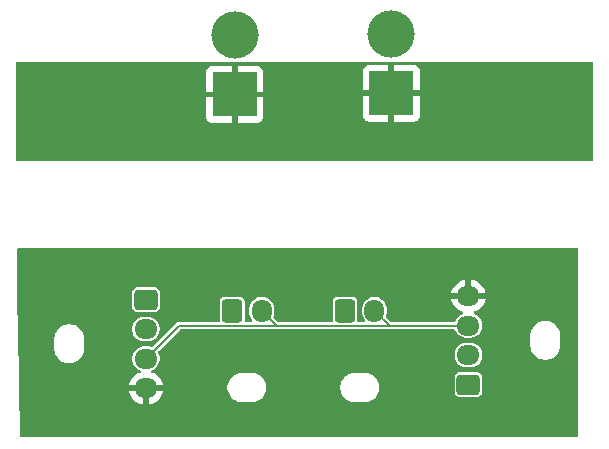
<source format=gbr>
%TF.GenerationSoftware,KiCad,Pcbnew,8.0.2*%
%TF.CreationDate,2024-06-04T11:42:55+09:00*%
%TF.ProjectId,RoboMaster branch circuit substrate,526f626f-4d61-4737-9465-72206272616e,rev?*%
%TF.SameCoordinates,Original*%
%TF.FileFunction,Copper,L2,Bot*%
%TF.FilePolarity,Positive*%
%FSLAX46Y46*%
G04 Gerber Fmt 4.6, Leading zero omitted, Abs format (unit mm)*
G04 Created by KiCad (PCBNEW 8.0.2) date 2024-06-04 11:42:55*
%MOMM*%
%LPD*%
G01*
G04 APERTURE LIST*
G04 Aperture macros list*
%AMRoundRect*
0 Rectangle with rounded corners*
0 $1 Rounding radius*
0 $2 $3 $4 $5 $6 $7 $8 $9 X,Y pos of 4 corners*
0 Add a 4 corners polygon primitive as box body*
4,1,4,$2,$3,$4,$5,$6,$7,$8,$9,$2,$3,0*
0 Add four circle primitives for the rounded corners*
1,1,$1+$1,$2,$3*
1,1,$1+$1,$4,$5*
1,1,$1+$1,$6,$7*
1,1,$1+$1,$8,$9*
0 Add four rect primitives between the rounded corners*
20,1,$1+$1,$2,$3,$4,$5,0*
20,1,$1+$1,$4,$5,$6,$7,0*
20,1,$1+$1,$6,$7,$8,$9,0*
20,1,$1+$1,$8,$9,$2,$3,0*%
G04 Aperture macros list end*
%TA.AperFunction,ComponentPad*%
%ADD10RoundRect,0.250000X-0.725000X0.600000X-0.725000X-0.600000X0.725000X-0.600000X0.725000X0.600000X0*%
%TD*%
%TA.AperFunction,ComponentPad*%
%ADD11O,1.950000X1.700000*%
%TD*%
%TA.AperFunction,ComponentPad*%
%ADD12RoundRect,0.250000X-0.600000X-0.725000X0.600000X-0.725000X0.600000X0.725000X-0.600000X0.725000X0*%
%TD*%
%TA.AperFunction,ComponentPad*%
%ADD13O,1.700000X1.950000*%
%TD*%
%TA.AperFunction,ComponentPad*%
%ADD14R,3.800000X3.800000*%
%TD*%
%TA.AperFunction,ComponentPad*%
%ADD15C,4.000000*%
%TD*%
%TA.AperFunction,ComponentPad*%
%ADD16RoundRect,0.250000X0.725000X-0.600000X0.725000X0.600000X-0.725000X0.600000X-0.725000X-0.600000X0*%
%TD*%
%TA.AperFunction,ViaPad*%
%ADD17C,1.000000*%
%TD*%
%TA.AperFunction,Conductor*%
%ADD18C,0.200000*%
%TD*%
G04 APERTURE END LIST*
D10*
%TO.P,J1,1,Pin_1*%
%TO.N,+5V*%
X87330000Y-78030000D03*
D11*
%TO.P,J1,2,Pin_2*%
%TO.N,/CANH*%
X87330000Y-80530000D03*
%TO.P,J1,3,Pin_3*%
%TO.N,/CANL*%
X87330000Y-83030000D03*
%TO.P,J1,4,Pin_4*%
%TO.N,GND*%
X87330000Y-85530000D03*
%TD*%
D12*
%TO.P,J3,1,Pin_1*%
%TO.N,/CANH*%
X94630000Y-78980000D03*
D13*
%TO.P,J3,2,Pin_2*%
%TO.N,/CANL*%
X97130000Y-78980000D03*
%TD*%
D12*
%TO.P,J4,1,Pin_1*%
%TO.N,/CANH*%
X104180000Y-78980000D03*
D13*
%TO.P,J4,2,Pin_2*%
%TO.N,/CANL*%
X106680000Y-78980000D03*
%TD*%
D14*
%TO.P,J14,1,Pin_1*%
%TO.N,/-*%
X108100000Y-60560000D03*
D15*
%TO.P,J14,2,Pin_2*%
%TO.N,/+*%
X108100000Y-55560000D03*
%TD*%
D14*
%TO.P,J13,1,Pin_1*%
%TO.N,/-*%
X94840000Y-60670000D03*
D15*
%TO.P,J13,2,Pin_2*%
%TO.N,/+*%
X94840000Y-55670000D03*
%TD*%
D16*
%TO.P,J2,1,Pin_1*%
%TO.N,+5V*%
X114630000Y-85230000D03*
D11*
%TO.P,J2,2,Pin_2*%
%TO.N,/CANH*%
X114630000Y-82730000D03*
%TO.P,J2,3,Pin_3*%
%TO.N,/CANL*%
X114630000Y-80230000D03*
%TO.P,J2,4,Pin_4*%
%TO.N,GND*%
X114630000Y-77730000D03*
%TD*%
D17*
%TO.N,/-*%
X81010000Y-64280000D03*
X122610000Y-61680000D03*
X83010000Y-60280000D03*
X77010000Y-62280000D03*
X79010000Y-65280000D03*
X124610000Y-62680000D03*
X120610000Y-63680000D03*
X83010000Y-63280000D03*
X82010000Y-61280000D03*
X124610000Y-63680000D03*
X78010000Y-62280000D03*
X80010000Y-60280000D03*
X119610000Y-64680000D03*
X82010000Y-60280000D03*
X80010000Y-65280000D03*
X120610000Y-59680000D03*
X80010000Y-63280000D03*
X123610000Y-62680000D03*
X122610000Y-59680000D03*
X79010000Y-63280000D03*
X117610000Y-63680000D03*
X78010000Y-60280000D03*
X82010000Y-64280000D03*
X118610000Y-64680000D03*
X124610000Y-64680000D03*
X122610000Y-62680000D03*
X83010000Y-61280000D03*
X77010000Y-60280000D03*
X123610000Y-61680000D03*
X78010000Y-61280000D03*
X78010000Y-65280000D03*
X81010000Y-62280000D03*
X82010000Y-65280000D03*
X80010000Y-61280000D03*
X120610000Y-62680000D03*
X117610000Y-62680000D03*
X117610000Y-64680000D03*
X83010000Y-62280000D03*
X121610000Y-62680000D03*
X120610000Y-61680000D03*
X121610000Y-60680000D03*
X79010000Y-60280000D03*
X121610000Y-61680000D03*
X78010000Y-63280000D03*
X117610000Y-61680000D03*
X120610000Y-64680000D03*
X84010000Y-62280000D03*
X123610000Y-64680000D03*
X122610000Y-60680000D03*
X119610000Y-62680000D03*
X79010000Y-64280000D03*
X118610000Y-59680000D03*
X123610000Y-59680000D03*
X84010000Y-65280000D03*
X77010000Y-65280000D03*
X77010000Y-61280000D03*
X84010000Y-61280000D03*
X81010000Y-63280000D03*
X124610000Y-61680000D03*
X80010000Y-64280000D03*
X121610000Y-64680000D03*
X121610000Y-59680000D03*
X122610000Y-63680000D03*
X79010000Y-62280000D03*
X119610000Y-60680000D03*
X118610000Y-62680000D03*
X122610000Y-64680000D03*
X81010000Y-60280000D03*
X80010000Y-62280000D03*
X81010000Y-65280000D03*
X118610000Y-60680000D03*
X79010000Y-61280000D03*
X78010000Y-64280000D03*
X117610000Y-60680000D03*
X117610000Y-59680000D03*
X119610000Y-61680000D03*
X124610000Y-59680000D03*
X119610000Y-59680000D03*
X81010000Y-61280000D03*
X123610000Y-63680000D03*
X121610000Y-63680000D03*
X77010000Y-64280000D03*
X84010000Y-63280000D03*
X123610000Y-60680000D03*
X83010000Y-65280000D03*
X124610000Y-60680000D03*
X84010000Y-64280000D03*
X82010000Y-62280000D03*
X120610000Y-60680000D03*
X82010000Y-63280000D03*
X118610000Y-63680000D03*
X118610000Y-61680000D03*
X119610000Y-63680000D03*
X83010000Y-64280000D03*
X77010000Y-63280000D03*
X84010000Y-60280000D03*
%TD*%
D18*
%TO.N,/CANL*%
X107955000Y-80255000D02*
X108030000Y-80255000D01*
X90105000Y-80255000D02*
X87330000Y-83030000D01*
X114605000Y-80255000D02*
X108030000Y-80255000D01*
X108030000Y-80255000D02*
X98430000Y-80255000D01*
X98430000Y-80255000D02*
X90105000Y-80255000D01*
X97130000Y-78980000D02*
X97155000Y-78980000D01*
X97155000Y-78980000D02*
X98430000Y-80255000D01*
X114630000Y-80230000D02*
X114605000Y-80255000D01*
X106680000Y-78980000D02*
X107955000Y-80255000D01*
%TD*%
%TA.AperFunction,Conductor*%
%TO.N,GND*%
G36*
X123872972Y-73674704D02*
G01*
X123918761Y-73727479D01*
X123930000Y-73779063D01*
X123930000Y-89556000D01*
X123910315Y-89623039D01*
X123857511Y-89668794D01*
X123806000Y-89680000D01*
X76752225Y-89680000D01*
X76685186Y-89660315D01*
X76639431Y-89607511D01*
X76628238Y-89557788D01*
X76566552Y-85280000D01*
X85877769Y-85280000D01*
X86925854Y-85280000D01*
X86887370Y-85346657D01*
X86855000Y-85467465D01*
X86855000Y-85592535D01*
X86887370Y-85713343D01*
X86925854Y-85780000D01*
X85877769Y-85780000D01*
X85888242Y-85846126D01*
X85888242Y-85846129D01*
X85953904Y-86048217D01*
X86050379Y-86237557D01*
X86175272Y-86409459D01*
X86175276Y-86409464D01*
X86325535Y-86559723D01*
X86325540Y-86559727D01*
X86497442Y-86684620D01*
X86686782Y-86781095D01*
X86888872Y-86846757D01*
X87080000Y-86877029D01*
X87080000Y-85934145D01*
X87146657Y-85972630D01*
X87267465Y-86005000D01*
X87392535Y-86005000D01*
X87513343Y-85972630D01*
X87580000Y-85934145D01*
X87580000Y-86877028D01*
X87771127Y-86846757D01*
X87973217Y-86781095D01*
X88162557Y-86684620D01*
X88334459Y-86559727D01*
X88334464Y-86559723D01*
X88484723Y-86409464D01*
X88484727Y-86409459D01*
X88609620Y-86237557D01*
X88706095Y-86048217D01*
X88771757Y-85846129D01*
X88771757Y-85846126D01*
X88782231Y-85780000D01*
X87734146Y-85780000D01*
X87772630Y-85713343D01*
X87805000Y-85592535D01*
X87805000Y-85467465D01*
X87781987Y-85381577D01*
X94229500Y-85381577D01*
X94229500Y-85578422D01*
X94260290Y-85772826D01*
X94321117Y-85960029D01*
X94410476Y-86135405D01*
X94526172Y-86294646D01*
X94665354Y-86433828D01*
X94824595Y-86549524D01*
X94844620Y-86559727D01*
X94999970Y-86638882D01*
X94999972Y-86638882D01*
X94999975Y-86638884D01*
X95100317Y-86671487D01*
X95187173Y-86699709D01*
X95381578Y-86730500D01*
X95381583Y-86730500D01*
X96378422Y-86730500D01*
X96572826Y-86699709D01*
X96760025Y-86638884D01*
X96935405Y-86549524D01*
X97094646Y-86433828D01*
X97233828Y-86294646D01*
X97349524Y-86135405D01*
X97438884Y-85960025D01*
X97499709Y-85772826D01*
X97509130Y-85713343D01*
X97530500Y-85578422D01*
X97530500Y-85381577D01*
X103779500Y-85381577D01*
X103779500Y-85578422D01*
X103810290Y-85772826D01*
X103871117Y-85960029D01*
X103960476Y-86135405D01*
X104076172Y-86294646D01*
X104215354Y-86433828D01*
X104374595Y-86549524D01*
X104394620Y-86559727D01*
X104549970Y-86638882D01*
X104549972Y-86638882D01*
X104549975Y-86638884D01*
X104650317Y-86671487D01*
X104737173Y-86699709D01*
X104931578Y-86730500D01*
X104931583Y-86730500D01*
X105928422Y-86730500D01*
X106122826Y-86699709D01*
X106310025Y-86638884D01*
X106485405Y-86549524D01*
X106644646Y-86433828D01*
X106783828Y-86294646D01*
X106899524Y-86135405D01*
X106988884Y-85960025D01*
X107049709Y-85772826D01*
X107059130Y-85713343D01*
X107080500Y-85578422D01*
X107080500Y-85381577D01*
X107049709Y-85187173D01*
X107021487Y-85100317D01*
X106988884Y-84999975D01*
X106988882Y-84999972D01*
X106988882Y-84999970D01*
X106899523Y-84824594D01*
X106783828Y-84665354D01*
X106694204Y-84575730D01*
X113454500Y-84575730D01*
X113454500Y-85884269D01*
X113457353Y-85914699D01*
X113457353Y-85914701D01*
X113502206Y-86042880D01*
X113502207Y-86042882D01*
X113582850Y-86152150D01*
X113692118Y-86232793D01*
X113705733Y-86237557D01*
X113820299Y-86277646D01*
X113850730Y-86280500D01*
X113850734Y-86280500D01*
X115409270Y-86280500D01*
X115439699Y-86277646D01*
X115439701Y-86277646D01*
X115503790Y-86255219D01*
X115567882Y-86232793D01*
X115677150Y-86152150D01*
X115757793Y-86042882D01*
X115782375Y-85972630D01*
X115802646Y-85914701D01*
X115802646Y-85914699D01*
X115805500Y-85884269D01*
X115805500Y-84575730D01*
X115802646Y-84545300D01*
X115802646Y-84545298D01*
X115757793Y-84417119D01*
X115757792Y-84417117D01*
X115686941Y-84321117D01*
X115677150Y-84307850D01*
X115567882Y-84227207D01*
X115567880Y-84227206D01*
X115439700Y-84182353D01*
X115409270Y-84179500D01*
X115409266Y-84179500D01*
X113850734Y-84179500D01*
X113850730Y-84179500D01*
X113820300Y-84182353D01*
X113820298Y-84182353D01*
X113692119Y-84227206D01*
X113692117Y-84227207D01*
X113582850Y-84307850D01*
X113502207Y-84417117D01*
X113502206Y-84417119D01*
X113457353Y-84545298D01*
X113457353Y-84545300D01*
X113454500Y-84575730D01*
X106694204Y-84575730D01*
X106644646Y-84526172D01*
X106485405Y-84410476D01*
X106310029Y-84321117D01*
X106122826Y-84260290D01*
X105928422Y-84229500D01*
X105928417Y-84229500D01*
X104931583Y-84229500D01*
X104931578Y-84229500D01*
X104737173Y-84260290D01*
X104549970Y-84321117D01*
X104374594Y-84410476D01*
X104283741Y-84476485D01*
X104215354Y-84526172D01*
X104215352Y-84526174D01*
X104215351Y-84526174D01*
X104076174Y-84665351D01*
X104076174Y-84665352D01*
X104076172Y-84665354D01*
X104026485Y-84733741D01*
X103960476Y-84824594D01*
X103871117Y-84999970D01*
X103810290Y-85187173D01*
X103779500Y-85381577D01*
X97530500Y-85381577D01*
X97499709Y-85187173D01*
X97471487Y-85100317D01*
X97438884Y-84999975D01*
X97438882Y-84999972D01*
X97438882Y-84999970D01*
X97349523Y-84824594D01*
X97233828Y-84665354D01*
X97094646Y-84526172D01*
X96935405Y-84410476D01*
X96760029Y-84321117D01*
X96572826Y-84260290D01*
X96378422Y-84229500D01*
X96378417Y-84229500D01*
X95381583Y-84229500D01*
X95381578Y-84229500D01*
X95187173Y-84260290D01*
X94999970Y-84321117D01*
X94824594Y-84410476D01*
X94733741Y-84476485D01*
X94665354Y-84526172D01*
X94665352Y-84526174D01*
X94665351Y-84526174D01*
X94526174Y-84665351D01*
X94526174Y-84665352D01*
X94526172Y-84665354D01*
X94476485Y-84733741D01*
X94410476Y-84824594D01*
X94321117Y-84999970D01*
X94260290Y-85187173D01*
X94229500Y-85381577D01*
X87781987Y-85381577D01*
X87772630Y-85346657D01*
X87734146Y-85280000D01*
X88782231Y-85280000D01*
X88771757Y-85213873D01*
X88771757Y-85213870D01*
X88706095Y-85011782D01*
X88609620Y-84822442D01*
X88484727Y-84650540D01*
X88484723Y-84650535D01*
X88334464Y-84500276D01*
X88334459Y-84500272D01*
X88162557Y-84375379D01*
X87973216Y-84278904D01*
X87851144Y-84239240D01*
X87793468Y-84199802D01*
X87766270Y-84135444D01*
X87778185Y-84066597D01*
X87825429Y-84015122D01*
X87842006Y-84006749D01*
X87952598Y-83960941D01*
X88124655Y-83845977D01*
X88270977Y-83699655D01*
X88385941Y-83527598D01*
X88465130Y-83336420D01*
X88505500Y-83133465D01*
X88505500Y-82926535D01*
X88465130Y-82723580D01*
X88424930Y-82626530D01*
X113454500Y-82626530D01*
X113454500Y-82833469D01*
X113486561Y-82994648D01*
X113494870Y-83036420D01*
X113574059Y-83227598D01*
X113631541Y-83313626D01*
X113689024Y-83399657D01*
X113835342Y-83545975D01*
X113835345Y-83545977D01*
X114007402Y-83660941D01*
X114198580Y-83740130D01*
X114401530Y-83780499D01*
X114401534Y-83780500D01*
X114401535Y-83780500D01*
X114858466Y-83780500D01*
X114858467Y-83780499D01*
X115061420Y-83740130D01*
X115252598Y-83660941D01*
X115424655Y-83545977D01*
X115570977Y-83399655D01*
X115685941Y-83227598D01*
X115765130Y-83036420D01*
X115805500Y-82833465D01*
X115805500Y-82626535D01*
X115765130Y-82423580D01*
X115685941Y-82232402D01*
X115570977Y-82060345D01*
X115570975Y-82060342D01*
X115424657Y-81914024D01*
X115338626Y-81856541D01*
X115252598Y-81799059D01*
X115061420Y-81719870D01*
X115061412Y-81719868D01*
X114858469Y-81679500D01*
X114858465Y-81679500D01*
X114401535Y-81679500D01*
X114401530Y-81679500D01*
X114198587Y-81719868D01*
X114198579Y-81719870D01*
X114007403Y-81799058D01*
X113835342Y-81914024D01*
X113689024Y-82060342D01*
X113574058Y-82232403D01*
X113494870Y-82423579D01*
X113494868Y-82423587D01*
X113454500Y-82626530D01*
X88424930Y-82626530D01*
X88385941Y-82532402D01*
X88385938Y-82532398D01*
X88383072Y-82527035D01*
X88385497Y-82525738D01*
X88368177Y-82470328D01*
X88386693Y-82402956D01*
X88404473Y-82380496D01*
X90193152Y-80591819D01*
X90254475Y-80558334D01*
X90280833Y-80555500D01*
X98390438Y-80555500D01*
X98469562Y-80555500D01*
X107915438Y-80555500D01*
X107990438Y-80555500D01*
X113419919Y-80555500D01*
X113486958Y-80575185D01*
X113532713Y-80627989D01*
X113534480Y-80632047D01*
X113574057Y-80727596D01*
X113689024Y-80899657D01*
X113835342Y-81045975D01*
X113835345Y-81045977D01*
X114007402Y-81160941D01*
X114198580Y-81240130D01*
X114401530Y-81280499D01*
X114401534Y-81280500D01*
X114401535Y-81280500D01*
X114858466Y-81280500D01*
X114858467Y-81280499D01*
X115061420Y-81240130D01*
X115252598Y-81160941D01*
X115424655Y-81045977D01*
X115489055Y-80981577D01*
X119879500Y-80981577D01*
X119879500Y-81978422D01*
X119910290Y-82172826D01*
X119971117Y-82360029D01*
X120055550Y-82525738D01*
X120060476Y-82535405D01*
X120176172Y-82694646D01*
X120315354Y-82833828D01*
X120474595Y-82949524D01*
X120557455Y-82991743D01*
X120649970Y-83038882D01*
X120649972Y-83038882D01*
X120649975Y-83038884D01*
X120750317Y-83071487D01*
X120837173Y-83099709D01*
X121031578Y-83130500D01*
X121031583Y-83130500D01*
X121228422Y-83130500D01*
X121422826Y-83099709D01*
X121610025Y-83038884D01*
X121785405Y-82949524D01*
X121944646Y-82833828D01*
X122083828Y-82694646D01*
X122199524Y-82535405D01*
X122288721Y-82360345D01*
X122288882Y-82360029D01*
X122288882Y-82360028D01*
X122288884Y-82360025D01*
X122349709Y-82172826D01*
X122380500Y-81978422D01*
X122380500Y-80981577D01*
X122349709Y-80787173D01*
X122299766Y-80633466D01*
X122288884Y-80599975D01*
X122288882Y-80599972D01*
X122288882Y-80599970D01*
X122200512Y-80426535D01*
X122199524Y-80424595D01*
X122083828Y-80265354D01*
X121944646Y-80126172D01*
X121785405Y-80010476D01*
X121610029Y-79921117D01*
X121422826Y-79860290D01*
X121228422Y-79829500D01*
X121228417Y-79829500D01*
X121031583Y-79829500D01*
X121031578Y-79829500D01*
X120837173Y-79860290D01*
X120649970Y-79921117D01*
X120474594Y-80010476D01*
X120444415Y-80032403D01*
X120315354Y-80126172D01*
X120315352Y-80126174D01*
X120315351Y-80126174D01*
X120176174Y-80265351D01*
X120176174Y-80265352D01*
X120176172Y-80265354D01*
X120143389Y-80310476D01*
X120060476Y-80424594D01*
X119971117Y-80599970D01*
X119910290Y-80787173D01*
X119879500Y-80981577D01*
X115489055Y-80981577D01*
X115570977Y-80899655D01*
X115685941Y-80727598D01*
X115765130Y-80536420D01*
X115805500Y-80333465D01*
X115805500Y-80126535D01*
X115765130Y-79923580D01*
X115685941Y-79732402D01*
X115570977Y-79560345D01*
X115570975Y-79560342D01*
X115424657Y-79414024D01*
X115252596Y-79299057D01*
X115142009Y-79253251D01*
X115087606Y-79209410D01*
X115065541Y-79143116D01*
X115082820Y-79075416D01*
X115133958Y-79027806D01*
X115151144Y-79020759D01*
X115273217Y-78981095D01*
X115462557Y-78884620D01*
X115634459Y-78759727D01*
X115634464Y-78759723D01*
X115784723Y-78609464D01*
X115784727Y-78609459D01*
X115909620Y-78437557D01*
X116006095Y-78248217D01*
X116071757Y-78046129D01*
X116071757Y-78046126D01*
X116082231Y-77980000D01*
X115034146Y-77980000D01*
X115072630Y-77913343D01*
X115105000Y-77792535D01*
X115105000Y-77667465D01*
X115072630Y-77546657D01*
X115034146Y-77480000D01*
X116082231Y-77480000D01*
X116071757Y-77413873D01*
X116071757Y-77413870D01*
X116006095Y-77211782D01*
X115909620Y-77022442D01*
X115784727Y-76850540D01*
X115784723Y-76850535D01*
X115634464Y-76700276D01*
X115634459Y-76700272D01*
X115462557Y-76575379D01*
X115273217Y-76478904D01*
X115071128Y-76413242D01*
X114880000Y-76382969D01*
X114880000Y-77325854D01*
X114813343Y-77287370D01*
X114692535Y-77255000D01*
X114567465Y-77255000D01*
X114446657Y-77287370D01*
X114380000Y-77325854D01*
X114380000Y-76382969D01*
X114188872Y-76413242D01*
X114188869Y-76413242D01*
X113986782Y-76478904D01*
X113797442Y-76575379D01*
X113625540Y-76700272D01*
X113625535Y-76700276D01*
X113475276Y-76850535D01*
X113475272Y-76850540D01*
X113350379Y-77022442D01*
X113253904Y-77211782D01*
X113188242Y-77413870D01*
X113188242Y-77413873D01*
X113177769Y-77480000D01*
X114225854Y-77480000D01*
X114187370Y-77546657D01*
X114155000Y-77667465D01*
X114155000Y-77792535D01*
X114187370Y-77913343D01*
X114225854Y-77980000D01*
X113177769Y-77980000D01*
X113188242Y-78046126D01*
X113188242Y-78046129D01*
X113253904Y-78248217D01*
X113350379Y-78437557D01*
X113475272Y-78609459D01*
X113475276Y-78609464D01*
X113625535Y-78759723D01*
X113625540Y-78759727D01*
X113797442Y-78884620D01*
X113986782Y-78981095D01*
X114108855Y-79020759D01*
X114166530Y-79060196D01*
X114193729Y-79124555D01*
X114181815Y-79193401D01*
X114134570Y-79244877D01*
X114117990Y-79253251D01*
X114007404Y-79299057D01*
X113835342Y-79414024D01*
X113689024Y-79560342D01*
X113574056Y-79732405D01*
X113513770Y-79877952D01*
X113469929Y-79932356D01*
X113403635Y-79954421D01*
X113399209Y-79954500D01*
X108130833Y-79954500D01*
X108063794Y-79934815D01*
X108043152Y-79918181D01*
X107703687Y-79578716D01*
X107670202Y-79517393D01*
X107675186Y-79447701D01*
X107676790Y-79443624D01*
X107690130Y-79411420D01*
X107730500Y-79208465D01*
X107730500Y-78751535D01*
X107690130Y-78548580D01*
X107610941Y-78357402D01*
X107495977Y-78185345D01*
X107495975Y-78185342D01*
X107349657Y-78039024D01*
X107261320Y-77980000D01*
X107177598Y-77924059D01*
X107151727Y-77913343D01*
X106986420Y-77844870D01*
X106986412Y-77844868D01*
X106783469Y-77804500D01*
X106783465Y-77804500D01*
X106576535Y-77804500D01*
X106576530Y-77804500D01*
X106373587Y-77844868D01*
X106373579Y-77844870D01*
X106182403Y-77924058D01*
X106010342Y-78039024D01*
X105864024Y-78185342D01*
X105749058Y-78357403D01*
X105669870Y-78548579D01*
X105669868Y-78548587D01*
X105629500Y-78751530D01*
X105629500Y-79208469D01*
X105669868Y-79411412D01*
X105669870Y-79411420D01*
X105749059Y-79602599D01*
X105749059Y-79602600D01*
X105855306Y-79761610D01*
X105876184Y-79828287D01*
X105857699Y-79895667D01*
X105805720Y-79942357D01*
X105752204Y-79954500D01*
X105344742Y-79954500D01*
X105277703Y-79934815D01*
X105231948Y-79882011D01*
X105222004Y-79812853D01*
X105227513Y-79790307D01*
X105227646Y-79789699D01*
X105230500Y-79759269D01*
X105230500Y-78200730D01*
X105227646Y-78170300D01*
X105227646Y-78170298D01*
X105194006Y-78074163D01*
X105182793Y-78042118D01*
X105102150Y-77932850D01*
X104992882Y-77852207D01*
X104992880Y-77852206D01*
X104864700Y-77807353D01*
X104834270Y-77804500D01*
X104834266Y-77804500D01*
X103525734Y-77804500D01*
X103525730Y-77804500D01*
X103495300Y-77807353D01*
X103495298Y-77807353D01*
X103367119Y-77852206D01*
X103367117Y-77852207D01*
X103257850Y-77932850D01*
X103177207Y-78042117D01*
X103177206Y-78042119D01*
X103132353Y-78170298D01*
X103132353Y-78170300D01*
X103129500Y-78200730D01*
X103129500Y-79759269D01*
X103132353Y-79789699D01*
X103133964Y-79797073D01*
X103132698Y-79797349D01*
X103135861Y-79859327D01*
X103101130Y-79919954D01*
X103039136Y-79952179D01*
X103015258Y-79954500D01*
X98605833Y-79954500D01*
X98538794Y-79934815D01*
X98518152Y-79918181D01*
X98161009Y-79561038D01*
X98127524Y-79499715D01*
X98132508Y-79430023D01*
X98134113Y-79425945D01*
X98140130Y-79411420D01*
X98180500Y-79208465D01*
X98180500Y-78751535D01*
X98140130Y-78548580D01*
X98060941Y-78357402D01*
X97945977Y-78185345D01*
X97945975Y-78185342D01*
X97799657Y-78039024D01*
X97711320Y-77980000D01*
X97627598Y-77924059D01*
X97601727Y-77913343D01*
X97436420Y-77844870D01*
X97436412Y-77844868D01*
X97233469Y-77804500D01*
X97233465Y-77804500D01*
X97026535Y-77804500D01*
X97026530Y-77804500D01*
X96823587Y-77844868D01*
X96823579Y-77844870D01*
X96632403Y-77924058D01*
X96460342Y-78039024D01*
X96314024Y-78185342D01*
X96199058Y-78357403D01*
X96119870Y-78548579D01*
X96119868Y-78548587D01*
X96079500Y-78751530D01*
X96079500Y-79208469D01*
X96119868Y-79411412D01*
X96119870Y-79411420D01*
X96199059Y-79602599D01*
X96199059Y-79602600D01*
X96305306Y-79761610D01*
X96326184Y-79828287D01*
X96307699Y-79895667D01*
X96255720Y-79942357D01*
X96202204Y-79954500D01*
X95794742Y-79954500D01*
X95727703Y-79934815D01*
X95681948Y-79882011D01*
X95672004Y-79812853D01*
X95677513Y-79790307D01*
X95677646Y-79789699D01*
X95680500Y-79759269D01*
X95680500Y-78200730D01*
X95677646Y-78170300D01*
X95677646Y-78170298D01*
X95644006Y-78074163D01*
X95632793Y-78042118D01*
X95552150Y-77932850D01*
X95442882Y-77852207D01*
X95442880Y-77852206D01*
X95314700Y-77807353D01*
X95284270Y-77804500D01*
X95284266Y-77804500D01*
X93975734Y-77804500D01*
X93975730Y-77804500D01*
X93945300Y-77807353D01*
X93945298Y-77807353D01*
X93817119Y-77852206D01*
X93817117Y-77852207D01*
X93707850Y-77932850D01*
X93627207Y-78042117D01*
X93627206Y-78042119D01*
X93582353Y-78170298D01*
X93582353Y-78170300D01*
X93579500Y-78200730D01*
X93579500Y-79759269D01*
X93582353Y-79789699D01*
X93583964Y-79797073D01*
X93582698Y-79797349D01*
X93585861Y-79859327D01*
X93551130Y-79919954D01*
X93489136Y-79952179D01*
X93465258Y-79954500D01*
X90065438Y-79954500D01*
X89989010Y-79974978D01*
X89920489Y-80014540D01*
X89920486Y-80014542D01*
X87928715Y-82006312D01*
X87867392Y-82039797D01*
X87797700Y-82034813D01*
X87793600Y-82033199D01*
X87761420Y-82019870D01*
X87761412Y-82019868D01*
X87558469Y-81979500D01*
X87558465Y-81979500D01*
X87101535Y-81979500D01*
X87101530Y-81979500D01*
X86898587Y-82019868D01*
X86898579Y-82019870D01*
X86707403Y-82099058D01*
X86535342Y-82214024D01*
X86389024Y-82360342D01*
X86274058Y-82532403D01*
X86194870Y-82723579D01*
X86194868Y-82723587D01*
X86154500Y-82926530D01*
X86154500Y-83133469D01*
X86177585Y-83249523D01*
X86194870Y-83336420D01*
X86274059Y-83527598D01*
X86331541Y-83613626D01*
X86389024Y-83699657D01*
X86535342Y-83845975D01*
X86535345Y-83845977D01*
X86707402Y-83960941D01*
X86817990Y-84006748D01*
X86872393Y-84050589D01*
X86894458Y-84116883D01*
X86877179Y-84184582D01*
X86826042Y-84232193D01*
X86808856Y-84239240D01*
X86686781Y-84278905D01*
X86497442Y-84375379D01*
X86325540Y-84500272D01*
X86325535Y-84500276D01*
X86175276Y-84650535D01*
X86175272Y-84650540D01*
X86050379Y-84822442D01*
X85953904Y-85011782D01*
X85888242Y-85213870D01*
X85888242Y-85213873D01*
X85877769Y-85280000D01*
X76566552Y-85280000D01*
X76551544Y-84239240D01*
X76508894Y-81281577D01*
X79579500Y-81281577D01*
X79579500Y-82278422D01*
X79610290Y-82472826D01*
X79671117Y-82660029D01*
X79703502Y-82723587D01*
X79760476Y-82835405D01*
X79876172Y-82994646D01*
X80015354Y-83133828D01*
X80174595Y-83249524D01*
X80257455Y-83291743D01*
X80349970Y-83338882D01*
X80349972Y-83338882D01*
X80349975Y-83338884D01*
X80450317Y-83371487D01*
X80537173Y-83399709D01*
X80731578Y-83430500D01*
X80731583Y-83430500D01*
X80928422Y-83430500D01*
X81122826Y-83399709D01*
X81122992Y-83399655D01*
X81310025Y-83338884D01*
X81485405Y-83249524D01*
X81644646Y-83133828D01*
X81783828Y-82994646D01*
X81899524Y-82835405D01*
X81988884Y-82660025D01*
X82049709Y-82472826D01*
X82067525Y-82360342D01*
X82080500Y-82278422D01*
X82080500Y-81281577D01*
X82049709Y-81087173D01*
X81988882Y-80899970D01*
X81899523Y-80724594D01*
X81783828Y-80565354D01*
X81645004Y-80426530D01*
X86154500Y-80426530D01*
X86154500Y-80633469D01*
X86194868Y-80836412D01*
X86194870Y-80836420D01*
X86221195Y-80899975D01*
X86274059Y-81027598D01*
X86313866Y-81087174D01*
X86389024Y-81199657D01*
X86535342Y-81345975D01*
X86535345Y-81345977D01*
X86707402Y-81460941D01*
X86898580Y-81540130D01*
X87101530Y-81580499D01*
X87101534Y-81580500D01*
X87101535Y-81580500D01*
X87558466Y-81580500D01*
X87558467Y-81580499D01*
X87761420Y-81540130D01*
X87952598Y-81460941D01*
X88124655Y-81345977D01*
X88270977Y-81199655D01*
X88385941Y-81027598D01*
X88465130Y-80836420D01*
X88505500Y-80633465D01*
X88505500Y-80426535D01*
X88465130Y-80223580D01*
X88385941Y-80032402D01*
X88270977Y-79860345D01*
X88270975Y-79860342D01*
X88124657Y-79714024D01*
X88038626Y-79656541D01*
X87952598Y-79599059D01*
X87859127Y-79560342D01*
X87761420Y-79519870D01*
X87761412Y-79519868D01*
X87558469Y-79479500D01*
X87558465Y-79479500D01*
X87101535Y-79479500D01*
X87101530Y-79479500D01*
X86898587Y-79519868D01*
X86898579Y-79519870D01*
X86707403Y-79599058D01*
X86535342Y-79714024D01*
X86389024Y-79860342D01*
X86274058Y-80032403D01*
X86194870Y-80223579D01*
X86194868Y-80223587D01*
X86154500Y-80426530D01*
X81645004Y-80426530D01*
X81644646Y-80426172D01*
X81485405Y-80310476D01*
X81310029Y-80221117D01*
X81122826Y-80160290D01*
X80928422Y-80129500D01*
X80928417Y-80129500D01*
X80731583Y-80129500D01*
X80731578Y-80129500D01*
X80537173Y-80160290D01*
X80349970Y-80221117D01*
X80174594Y-80310476D01*
X80083741Y-80376485D01*
X80015354Y-80426172D01*
X80015352Y-80426174D01*
X80015351Y-80426174D01*
X79876174Y-80565351D01*
X79876174Y-80565352D01*
X79876172Y-80565354D01*
X79830665Y-80627989D01*
X79760476Y-80724594D01*
X79671117Y-80899970D01*
X79610290Y-81087173D01*
X79579500Y-81281577D01*
X76508894Y-81281577D01*
X76452572Y-77375730D01*
X86154500Y-77375730D01*
X86154500Y-78684269D01*
X86157353Y-78714699D01*
X86157353Y-78714701D01*
X86202206Y-78842880D01*
X86202207Y-78842882D01*
X86282850Y-78952150D01*
X86392118Y-79032793D01*
X86434845Y-79047744D01*
X86520299Y-79077646D01*
X86550730Y-79080500D01*
X86550734Y-79080500D01*
X88109270Y-79080500D01*
X88139699Y-79077646D01*
X88139701Y-79077646D01*
X88203790Y-79055219D01*
X88267882Y-79032793D01*
X88377150Y-78952150D01*
X88457793Y-78842882D01*
X88486890Y-78759727D01*
X88502646Y-78714701D01*
X88502646Y-78714699D01*
X88505500Y-78684269D01*
X88505500Y-77375730D01*
X88502646Y-77345300D01*
X88502646Y-77345298D01*
X88457793Y-77217119D01*
X88457792Y-77217117D01*
X88453855Y-77211782D01*
X88377150Y-77107850D01*
X88267882Y-77027207D01*
X88267880Y-77027206D01*
X88139700Y-76982353D01*
X88109270Y-76979500D01*
X88109266Y-76979500D01*
X86550734Y-76979500D01*
X86550730Y-76979500D01*
X86520300Y-76982353D01*
X86520298Y-76982353D01*
X86392119Y-77027206D01*
X86392117Y-77027207D01*
X86282850Y-77107850D01*
X86202207Y-77217117D01*
X86202206Y-77217119D01*
X86157353Y-77345298D01*
X86157353Y-77345300D01*
X86154500Y-77375730D01*
X76452572Y-77375730D01*
X76401173Y-73811342D01*
X76419889Y-73744029D01*
X76472028Y-73697517D01*
X76525075Y-73685557D01*
X123805923Y-73655063D01*
X123872972Y-73674704D01*
G37*
%TD.AperFunction*%
%TD*%
%TA.AperFunction,Conductor*%
%TO.N,/-*%
G36*
X125143039Y-57919685D02*
G01*
X125188794Y-57972489D01*
X125200000Y-58024000D01*
X125200000Y-66176000D01*
X125180315Y-66243039D01*
X125127511Y-66288794D01*
X125076000Y-66300000D01*
X76424500Y-66300000D01*
X76357461Y-66280315D01*
X76311706Y-66227511D01*
X76300500Y-66176000D01*
X76300500Y-58722155D01*
X92440000Y-58722155D01*
X92440000Y-60420000D01*
X93512769Y-60420000D01*
X93490000Y-60563753D01*
X93490000Y-60776247D01*
X93512769Y-60920000D01*
X92440000Y-60920000D01*
X92440000Y-62617844D01*
X92446401Y-62677372D01*
X92446403Y-62677379D01*
X92496645Y-62812086D01*
X92496649Y-62812093D01*
X92582809Y-62927187D01*
X92582812Y-62927190D01*
X92697906Y-63013350D01*
X92697913Y-63013354D01*
X92832620Y-63063596D01*
X92832627Y-63063598D01*
X92892155Y-63069999D01*
X92892172Y-63070000D01*
X94590000Y-63070000D01*
X94590000Y-61997231D01*
X94733753Y-62020000D01*
X94946247Y-62020000D01*
X95090000Y-61997231D01*
X95090000Y-63070000D01*
X96787828Y-63070000D01*
X96787844Y-63069999D01*
X96847372Y-63063598D01*
X96847379Y-63063596D01*
X96982086Y-63013354D01*
X96982093Y-63013350D01*
X97097187Y-62927190D01*
X97097190Y-62927187D01*
X97183350Y-62812093D01*
X97183354Y-62812086D01*
X97233596Y-62677379D01*
X97233598Y-62677372D01*
X97239999Y-62617844D01*
X97240000Y-62617827D01*
X97240000Y-60920000D01*
X96167231Y-60920000D01*
X96190000Y-60776247D01*
X96190000Y-60563753D01*
X96167231Y-60420000D01*
X97240000Y-60420000D01*
X97240000Y-58722172D01*
X97239999Y-58722155D01*
X97233598Y-58662627D01*
X97233596Y-58662620D01*
X97214774Y-58612155D01*
X105700000Y-58612155D01*
X105700000Y-60310000D01*
X106772769Y-60310000D01*
X106750000Y-60453753D01*
X106750000Y-60666247D01*
X106772769Y-60810000D01*
X105700000Y-60810000D01*
X105700000Y-62507844D01*
X105706401Y-62567372D01*
X105706403Y-62567379D01*
X105756645Y-62702086D01*
X105756649Y-62702093D01*
X105842809Y-62817187D01*
X105842812Y-62817190D01*
X105957906Y-62903350D01*
X105957913Y-62903354D01*
X106092620Y-62953596D01*
X106092627Y-62953598D01*
X106152155Y-62959999D01*
X106152172Y-62960000D01*
X107850000Y-62960000D01*
X107850000Y-61887231D01*
X107993753Y-61910000D01*
X108206247Y-61910000D01*
X108350000Y-61887231D01*
X108350000Y-62960000D01*
X110047828Y-62960000D01*
X110047844Y-62959999D01*
X110107372Y-62953598D01*
X110107379Y-62953596D01*
X110242086Y-62903354D01*
X110242093Y-62903350D01*
X110357187Y-62817190D01*
X110357190Y-62817187D01*
X110443350Y-62702093D01*
X110443354Y-62702086D01*
X110493596Y-62567379D01*
X110493598Y-62567372D01*
X110499999Y-62507844D01*
X110500000Y-62507827D01*
X110500000Y-60810000D01*
X109427231Y-60810000D01*
X109450000Y-60666247D01*
X109450000Y-60453753D01*
X109427231Y-60310000D01*
X110500000Y-60310000D01*
X110500000Y-58612172D01*
X110499999Y-58612155D01*
X110493598Y-58552627D01*
X110493596Y-58552620D01*
X110443354Y-58417913D01*
X110443350Y-58417906D01*
X110357190Y-58302812D01*
X110357187Y-58302809D01*
X110242093Y-58216649D01*
X110242086Y-58216645D01*
X110107379Y-58166403D01*
X110107372Y-58166401D01*
X110047844Y-58160000D01*
X108350000Y-58160000D01*
X108350000Y-59232768D01*
X108206247Y-59210000D01*
X107993753Y-59210000D01*
X107850000Y-59232768D01*
X107850000Y-58160000D01*
X106152155Y-58160000D01*
X106092627Y-58166401D01*
X106092620Y-58166403D01*
X105957913Y-58216645D01*
X105957906Y-58216649D01*
X105842812Y-58302809D01*
X105842809Y-58302812D01*
X105756649Y-58417906D01*
X105756645Y-58417913D01*
X105706403Y-58552620D01*
X105706401Y-58552627D01*
X105700000Y-58612155D01*
X97214774Y-58612155D01*
X97183354Y-58527913D01*
X97183350Y-58527906D01*
X97097190Y-58412812D01*
X97097187Y-58412809D01*
X96982093Y-58326649D01*
X96982086Y-58326645D01*
X96847379Y-58276403D01*
X96847372Y-58276401D01*
X96787844Y-58270000D01*
X95090000Y-58270000D01*
X95090000Y-59342768D01*
X94946247Y-59320000D01*
X94733753Y-59320000D01*
X94590000Y-59342768D01*
X94590000Y-58270000D01*
X92892155Y-58270000D01*
X92832627Y-58276401D01*
X92832620Y-58276403D01*
X92697913Y-58326645D01*
X92697906Y-58326649D01*
X92582812Y-58412809D01*
X92582809Y-58412812D01*
X92496649Y-58527906D01*
X92496645Y-58527913D01*
X92446403Y-58662620D01*
X92446401Y-58662627D01*
X92440000Y-58722155D01*
X76300500Y-58722155D01*
X76300500Y-58024000D01*
X76320185Y-57956961D01*
X76372989Y-57911206D01*
X76424500Y-57900000D01*
X125076000Y-57900000D01*
X125143039Y-57919685D01*
G37*
%TD.AperFunction*%
%TD*%
M02*

</source>
